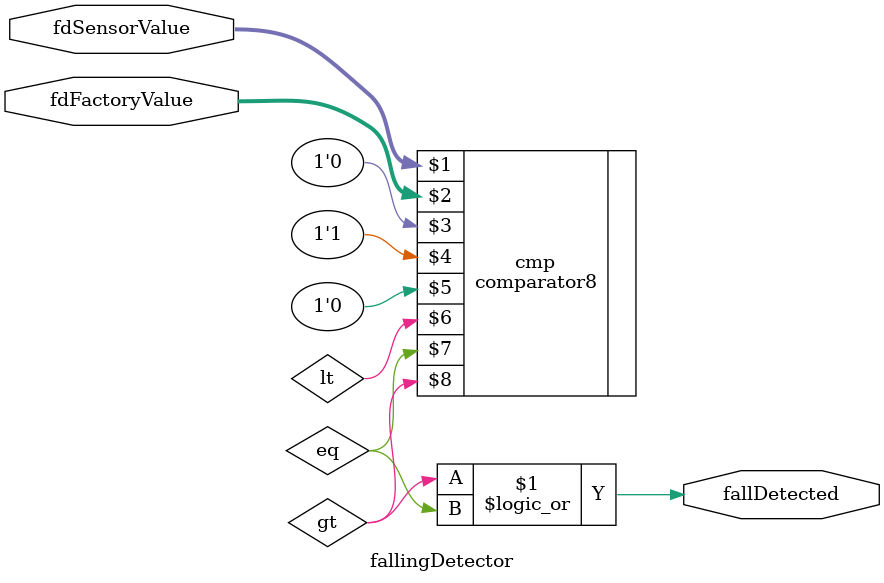
<source format=v>
/*--  *******************************************************
--  Computer Architecture Course, Laboratory Sources 
--  Amirkabir University of Technology (Tehran Polytechnic)
--  Department of Computer Engineering (CE-AUT)
--  https://ce[dot]aut[dot]ac[dot]ir
--  *******************************************************
--  All Rights reserved (C) 2020-2021
--  *******************************************************
--  Student ID  : 9833016              9839039
--  Student Name: Amirhossein Poolad & Samin Mahdipour
--  Student Mail: 
--  *******************************************************
--  Additional Comments:
--
--*/

/*-----------------------------------------------------------
---  Module Name: fallingDetector 
-----------------------------------------------------------*/
`timescale 1 ns/1 ns
module fallingDetector(
 fdSensorValue,
 fdFactoryValue,
 fallDetected);
input [7:0] fdSensorValue;
input [7:0] fdFactoryValue;
output fallDetected;
wire lt,gt,eq;
comparator8 cmp(fdSensorValue,fdFactoryValue,1'b0,1'b1,1'b0,lt,eq,gt);
assign fallDetected = gt||eq;
 // write your code here, please.
endmodule

</source>
